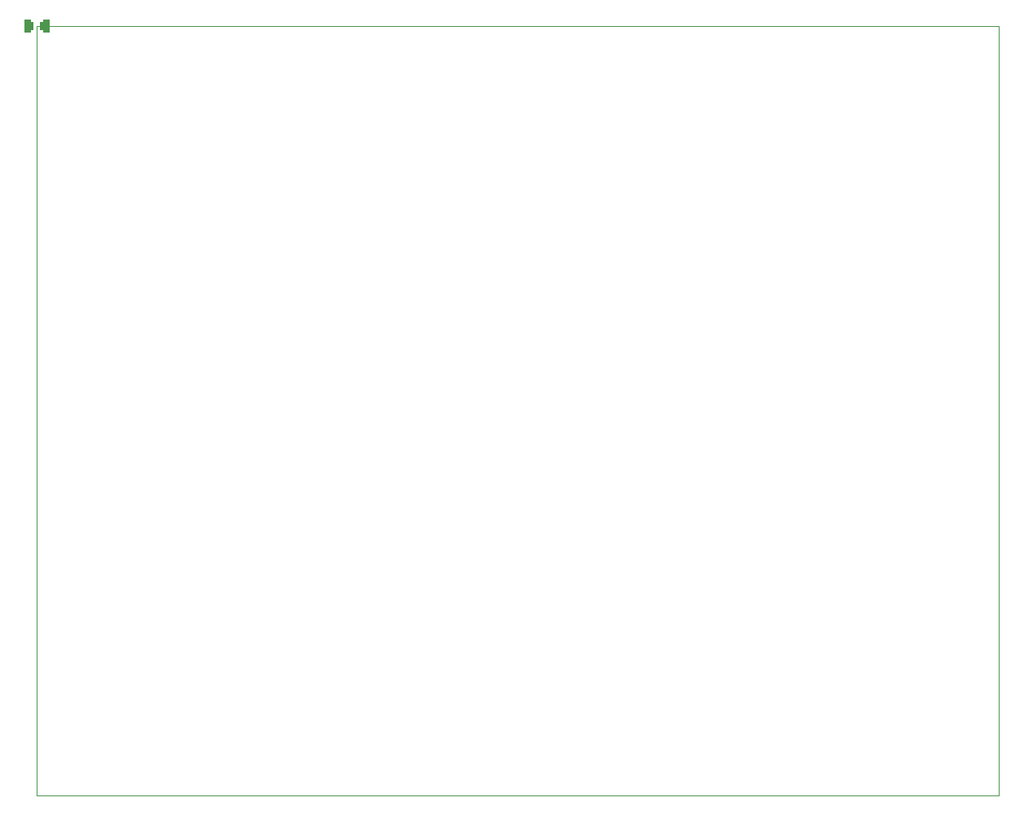
<source format=gtl>
G75*
G71*
%OFA0B0*%
%FSLAX23Y23*%
%IPPOS*%
%LPD*%
%ADD10C,0.1*%
%AM_0805_1_180*
4,1,4,-0.35,0.65,0.35,0.65,0.35,-0.65,-0.35,-0.65,-0.35,0.65,180*%
%ADD11_0805_1_180*%
%AM_0805_1_0*
4,1,4,-0.35,0.65,0.35,0.65,0.35,-0.65,-0.35,-0.65,-0.35,0.65,0*%
%ADD12_0805_1_0*%
%AM_0603_7_0*
4,1,4,-0.45,0.4,0.45,0.4,0.45,-0.4,-0.45,-0.4,-0.45,0.4,0*%
%ADD13_0603_7_0*%
D10*
X0Y80000D02*
X100000Y80000D01*
X100000Y80000D02*
X100000Y0D01*
X100000Y0D02*
X0Y0D01*
X0Y0D02*
X0Y80000D01*
D11*
X-950Y80000D03*
D12*
X950Y80000D03*
D13*
X-750Y80000D03*
D13*
X750Y80000D03*
D11*
X-950Y80000D03*
D12*
X950Y80000D03*
D13*
X-750Y80000D03*
D13*
X750Y80000D03*
D11*
X-950Y80000D03*
D12*
X950Y80000D03*
D11*
X-950Y80000D03*
D12*
X950Y80000D03*
M02*

</source>
